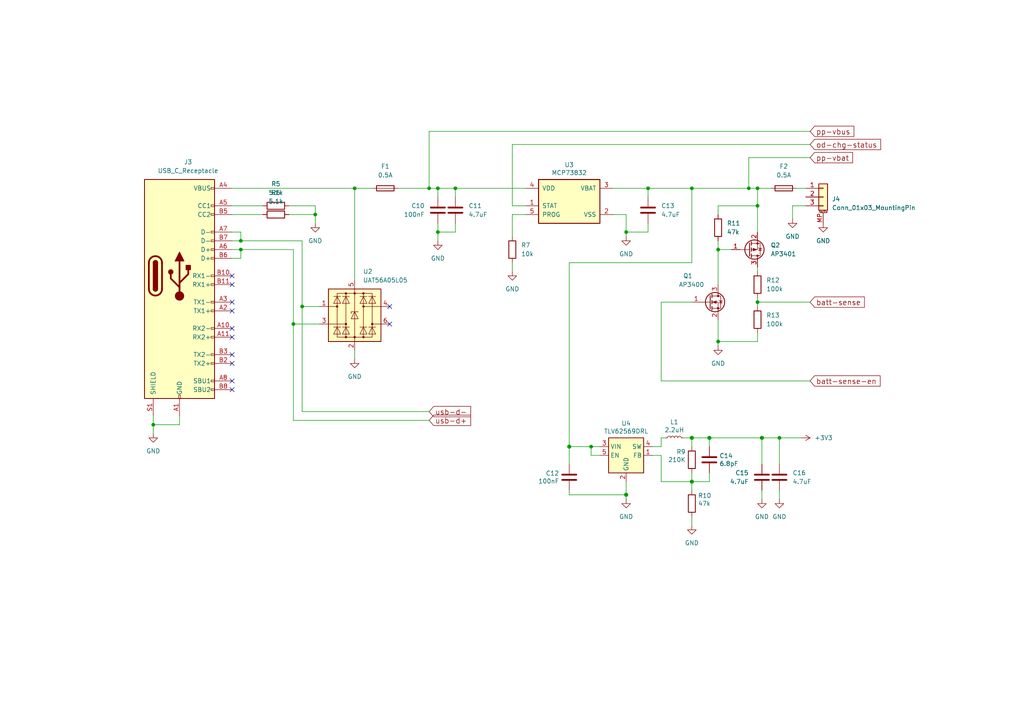
<source format=kicad_sch>
(kicad_sch (version 20210621) (generator eeschema)
  (paper "A4")
  (title_block (title "gps-logger") (date "2021-10-18") (rev "v2.3") (company "Greg Davill") (comment 4 "Simple GPS logger with low power features"))
  (lib_symbols
    (symbol "Connector:USB_C_Receptacle" (pin_names (offset 1.016))
      (property "Reference" "J" (at -10.16 29.21 0))
      (property "Value" "USB_C_Receptacle" (at 10.16 29.21 0))
      (symbol "USB_C_Receptacle_0_0"
        (rectangle (start -0.254 -35.56) (end 0.254 -34.544))
        (rectangle (start 10.16 -32.766) (end 9.144 -33.274))
        (rectangle (start 10.16 -30.226) (end 9.144 -30.734))
        (rectangle (start 10.16 -25.146) (end 9.144 -25.654))
        (rectangle (start 10.16 -22.606) (end 9.144 -23.114))
        (rectangle (start 10.16 -17.526) (end 9.144 -18.034))
        (rectangle (start 10.16 -14.986) (end 9.144 -15.494))
        (rectangle (start 10.16 -9.906) (end 9.144 -10.414))
        (rectangle (start 10.16 -7.366) (end 9.144 -7.874))
        (rectangle (start 10.16 -2.286) (end 9.144 -2.794))
        (rectangle (start 10.16 0.254) (end 9.144 -0.254))
        (rectangle (start 10.16 5.334) (end 9.144 4.826))
        (rectangle (start 10.16 7.874) (end 9.144 7.366))
        (rectangle (start 10.16 10.414) (end 9.144 9.906))
        (rectangle (start 10.16 12.954) (end 9.144 12.446))
        (rectangle (start 10.16 18.034) (end 9.144 17.526))
        (rectangle (start 10.16 20.574) (end 9.144 20.066))
        (rectangle (start 10.16 25.654) (end 9.144 25.146))
      )
      (symbol "USB_C_Receptacle_0_1"
        (arc (start -8.89 -3.81) (end -5.08 -3.81) (radius (at -6.985 -3.81) (length 1.905) (angles -179.9 -0.1)) (stroke (width 0.508)))
        (arc (start -7.62 -3.81) (end -6.35 -3.81) (radius (at -6.985 -3.81) (length 0.635) (angles -179.9 -0.1)) (stroke (width 0.254)))
        (arc (start -6.35 3.81) (end -7.62 3.81) (radius (at -6.985 3.81) (length 0.635) (angles 0.1 179.9)) (stroke (width 0.254)))
        (arc (start -5.08 3.81) (end -8.89 3.81) (radius (at -6.985 3.81) (length 1.905) (angles 0.1 179.9)) (stroke (width 0.508)))
        (arc (start -7.62 -3.81) (end -6.35 -3.81) (radius (at -6.985 -3.81) (length 0.635) (angles -179.9 -0.1)) (stroke (width 0.254)) (fill (type outline)))
        (arc (start -6.35 3.81) (end -7.62 3.81) (radius (at -6.985 3.81) (length 0.635) (angles 0.1 179.9)) (stroke (width 0.254)) (fill (type outline)))
        (rectangle (start -7.62 -3.81) (end -6.35 3.81) (stroke (width 0.254)) (fill (type outline)))
        (rectangle (start -10.16 27.94) (end 10.16 -35.56) (stroke (width 0.254)) (fill (type background)))
        (polyline (pts (xy -8.89 -3.81) (xy -8.89 3.81)) (stroke (width 0.508)))
        (polyline (pts (xy -5.08 3.81) (xy -5.08 -3.81)) (stroke (width 0.508)))
      )
      (symbol "USB_C_Receptacle_1_1"
        (circle (center -2.54 1.143) (radius 0.635) (stroke (width 0.254)) (fill (type outline)))
        (circle (center 0 -5.842) (radius 1.27) (fill (type outline)))
        (rectangle (start 1.905 1.778) (end 3.175 3.048) (stroke (width 0.254)) (fill (type outline)))
        (polyline (pts (xy 0 -5.842) (xy 0 4.318)) (stroke (width 0.508)))
        (polyline (pts (xy 0 -3.302) (xy -2.54 -0.762) (xy -2.54 0.508)) (stroke (width 0.508)))
        (polyline (pts (xy 0 -2.032) (xy 2.54 0.508) (xy 2.54 1.778)) (stroke (width 0.508)))
        (polyline (pts (xy -1.27 4.318) (xy 0 6.858) (xy 1.27 4.318) (xy -1.27 4.318)) (stroke (width 0.254)) (fill (type outline)))
        (pin passive line (at 0 -40.64 90) (length 5.08) (name "GND") (number "A1"))
        (pin bidirectional line (at 15.24 -15.24 180) (length 5.08) (name "RX2-") (number "A10"))
        (pin bidirectional line (at 15.24 -17.78 180) (length 5.08) (name "RX2+") (number "A11"))
        (pin passive line (at 0 -40.64 90) (length 5.08) hide (name "GND") (number "A12"))
        (pin bidirectional line (at 15.24 -10.16 180) (length 5.08) (name "TX1+") (number "A2"))
        (pin bidirectional line (at 15.24 -7.62 180) (length 5.08) (name "TX1-") (number "A3"))
        (pin passive line (at 15.24 25.4 180) (length 5.08) (name "VBUS") (number "A4"))
        (pin bidirectional line (at 15.24 20.32 180) (length 5.08) (name "CC1") (number "A5"))
        (pin bidirectional line (at 15.24 7.62 180) (length 5.08) (name "D+") (number "A6"))
        (pin bidirectional line (at 15.24 12.7 180) (length 5.08) (name "D-") (number "A7"))
        (pin bidirectional line (at 15.24 -30.48 180) (length 5.08) (name "SBU1") (number "A8"))
        (pin passive line (at 15.24 25.4 180) (length 5.08) hide (name "VBUS") (number "A9"))
        (pin passive line (at 0 -40.64 90) (length 5.08) hide (name "GND") (number "B1"))
        (pin bidirectional line (at 15.24 0 180) (length 5.08) (name "RX1-") (number "B10"))
        (pin bidirectional line (at 15.24 -2.54 180) (length 5.08) (name "RX1+") (number "B11"))
        (pin passive line (at 0 -40.64 90) (length 5.08) hide (name "GND") (number "B12"))
        (pin bidirectional line (at 15.24 -25.4 180) (length 5.08) (name "TX2+") (number "B2"))
        (pin bidirectional line (at 15.24 -22.86 180) (length 5.08) (name "TX2-") (number "B3"))
        (pin passive line (at 15.24 25.4 180) (length 5.08) hide (name "VBUS") (number "B4"))
        (pin bidirectional line (at 15.24 17.78 180) (length 5.08) (name "CC2") (number "B5"))
        (pin bidirectional line (at 15.24 5.08 180) (length 5.08) (name "D+") (number "B6"))
        (pin bidirectional line (at 15.24 10.16 180) (length 5.08) (name "D-") (number "B7"))
        (pin bidirectional line (at 15.24 -33.02 180) (length 5.08) (name "SBU2") (number "B8"))
        (pin passive line (at 15.24 25.4 180) (length 5.08) hide (name "VBUS") (number "B9"))
        (pin passive line (at -7.62 -40.64 90) (length 5.08) (name "SHIELD") (number "S1"))
      )
    )
    (symbol "Connector_Generic_MountingPin:Conn_01x03_MountingPin" (pin_names (offset 1.016) hide)
      (property "Reference" "J" (at 0 5.08 0))
      (property "Value" "Conn_01x03_MountingPin" (at 1.27 -5.08 0))
      (symbol "Conn_01x03_MountingPin_1_1"
        (text "Mounting" (at 0 -4.191 0) (effects (font (size 0.381 0.381))))
        (rectangle (start -1.27 -2.413) (end 0 -2.667) (stroke (width 0.1524)))
        (rectangle (start -1.27 0.127) (end 0 -0.127) (stroke (width 0.1524)))
        (rectangle (start -1.27 2.667) (end 0 2.413) (stroke (width 0.1524)))
        (rectangle (start -1.27 3.81) (end 1.27 -3.81) (stroke (width 0.254)) (fill (type background)))
        (polyline (pts (xy -1.016 -4.572) (xy 1.016 -4.572)) (stroke (width 0.1524)))
        (pin passive line (at -5.08 2.54 0) (length 3.81) (name "Pin_1") (number "1"))
        (pin passive line (at -5.08 0 0) (length 3.81) (name "Pin_2") (number "2"))
        (pin passive line (at -5.08 -2.54 0) (length 3.81) (name "Pin_3") (number "3"))
        (pin passive line (at 0 -7.62 90) (length 3.048) (name "MountPin") (number "MP"))
      )
    )
    (symbol "Device:C" (pin_numbers hide) (pin_names (offset 0.254))
      (property "Reference" "C" (at 0.635 2.54 0))
      (property "Value" "C" (at 0.635 -2.54 0))
      (symbol "C_0_1"
        (polyline (pts (xy -2.032 -0.762) (xy 2.032 -0.762)) (stroke (width 0.508)))
        (polyline (pts (xy -2.032 0.762) (xy 2.032 0.762)) (stroke (width 0.508)))
      )
      (symbol "C_1_1"
        (pin passive line (at 0 3.81 270) (length 2.794) (name "~") (number "1"))
        (pin passive line (at 0 -3.81 90) (length 2.794) (name "~") (number "2"))
      )
    )
    (symbol "Device:Fuse" (pin_numbers hide) (pin_names (offset 0))
      (property "Reference" "F" (at 2.032 0 90))
      (property "Value" "Fuse" (at -1.905 0 90))
      (symbol "Fuse_0_1"
        (rectangle (start -0.762 -2.54) (end 0.762 2.54) (stroke (width 0.254)))
        (polyline (pts (xy 0 2.54) (xy 0 -2.54)))
      )
      (symbol "Fuse_1_1"
        (pin passive line (at 0 3.81 270) (length 1.27) (name "~") (number "1"))
        (pin passive line (at 0 -3.81 90) (length 1.27) (name "~") (number "2"))
      )
    )
    (symbol "Device:L_Small" (pin_numbers hide) (pin_names (offset 0.254) hide)
      (property "Reference" "L" (at 0.762 1.016 0))
      (property "Value" "L_Small" (at 0.762 -1.016 0))
      (symbol "L_Small_0_1"
        (arc (start 0 -2.032) (end 0 -1.016) (radius (at 0 -1.524) (length 0.508) (angles -89.9 89.9)))
        (arc (start 0 -1.016) (end 0 0) (radius (at 0 -0.508) (length 0.508) (angles -89.9 89.9)))
        (arc (start 0 0) (end 0 1.016) (radius (at 0 0.508) (length 0.508) (angles -89.9 89.9)))
        (arc (start 0 1.016) (end 0 2.032) (radius (at 0 1.524) (length 0.508) (angles -89.9 89.9)))
      )
      (symbol "L_Small_1_1"
        (pin passive line (at 0 2.54 270) (length 0.508) (name "~") (number "1"))
        (pin passive line (at 0 -2.54 90) (length 0.508) (name "~") (number "2"))
      )
    )
    (symbol "Device:R" (pin_numbers hide) (pin_names (offset 0))
      (property "Reference" "R" (at 2.032 0 90))
      (property "Value" "R" (at 0 0 90))
      (symbol "R_0_1"
        (rectangle (start -1.016 -2.54) (end 1.016 2.54) (stroke (width 0.254)))
      )
      (symbol "R_1_1"
        (pin passive line (at 0 3.81 270) (length 1.27) (name "~") (number "1"))
        (pin passive line (at 0 -3.81 90) (length 1.27) (name "~") (number "2"))
      )
    )
    (symbol "Device:R_3" (pin_numbers hide) (pin_names (offset 0))
      (property "Reference" "R" (at 2.032 0 90))
      (property "Value" "R" (at 0 0 90))
      (symbol "R_3_0_1"
        (rectangle (start -1.016 -2.54) (end 1.016 2.54) (stroke (width 0.254)))
      )
      (symbol "R_3_1_1"
        (pin passive line (at 0 3.81 270) (length 1.27) (name "~") (number "1"))
        (pin passive line (at 0 -3.81 90) (length 1.27) (name "~") (number "2"))
      )
    )
    (symbol "Device:R_4" (pin_numbers hide) (pin_names (offset 0))
      (property "Reference" "R" (at 2.032 0 90))
      (property "Value" "R" (at 0 0 90))
      (symbol "R_4_0_1"
        (rectangle (start -1.016 -2.54) (end 1.016 2.54) (stroke (width 0.254)))
      )
      (symbol "R_4_1_1"
        (pin passive line (at 0 3.81 270) (length 1.27) (name "~") (number "1"))
        (pin passive line (at 0 -3.81 90) (length 1.27) (name "~") (number "2"))
      )
    )
    (symbol "Power_Protection:USBLC6-4SC6" (pin_names hide)
      (property "Reference" "U" (at 2.54 8.89 0))
      (property "Value" "USBLC6-4SC6" (at 2.54 -8.89 0))
      (symbol "USBLC6-4SC6_0_1"
        (circle (center -5.08 2.54) (radius 0.254) (fill (type outline)))
        (circle (center -2.54 -6.35) (radius 0.254) (fill (type outline)))
        (circle (center -2.54 -2.54) (radius 0.254) (fill (type outline)))
        (circle (center -2.54 6.35) (radius 0.254) (fill (type outline)))
        (circle (center 0 -6.35) (radius 0.254) (fill (type outline)))
        (circle (center 0 6.35) (radius 0.254) (fill (type outline)))
        (circle (center 2.54 -6.35) (radius 0.254) (fill (type outline)))
        (circle (center 2.54 2.54) (radius 0.254) (fill (type outline)))
        (circle (center 2.54 6.35) (radius 0.254) (fill (type outline)))
        (circle (center 5.08 -2.54) (radius 0.254) (fill (type outline)))
        (rectangle (start -2.54 6.35) (end 2.54 -6.35))
        (rectangle (start -7.62 -7.62) (end 7.62 7.62) (stroke (width 0.254)) (fill (type background)))
        (polyline (pts (xy -5.08 2.54) (xy -7.62 2.54)))
        (polyline (pts (xy -4.064 -3.429) (xy -6.096 -3.429)))
        (polyline (pts (xy -4.064 5.461) (xy -6.096 5.461)))
        (polyline (pts (xy -2.54 -2.54) (xy -7.62 -2.54)))
        (polyline (pts (xy -1.524 -3.429) (xy -3.556 -3.429)))
        (polyline (pts (xy -1.524 5.461) (xy -3.556 5.461)))
        (polyline (pts (xy 0 -7.62) (xy 0 -6.35)))
        (polyline (pts (xy 0 -6.35) (xy 0 1.27)))
        (polyline (pts (xy 0 1.27) (xy 0 6.35)))
        (polyline (pts (xy 0 6.35) (xy 0 7.62)))
        (polyline (pts (xy 1.524 -3.429) (xy 3.556 -3.429)))
        (polyline (pts (xy 1.524 5.461) (xy 3.556 5.461)))
        (polyline (pts (xy 2.54 2.54) (xy 7.62 2.54)))
        (polyline (pts (xy 4.064 -3.429) (xy 6.096 -3.429)))
        (polyline (pts (xy 4.064 5.461) (xy 6.096 5.461)))
        (polyline (pts (xy 5.08 -2.54) (xy 7.62 -2.54)))
        (polyline (pts (xy -6.096 -5.461) (xy -4.064 -5.461) (xy -5.08 -3.429) (xy -6.096 -5.461)))
        (polyline (pts (xy -6.096 3.429) (xy -4.064 3.429) (xy -5.08 5.461) (xy -6.096 3.429)))
        (polyline (pts (xy -3.556 -5.461) (xy -1.524 -5.461) (xy -2.54 -3.429) (xy -3.556 -5.461)))
        (polyline (pts (xy -3.556 3.429) (xy -1.524 3.429) (xy -2.54 5.461) (xy -3.556 3.429)))
        (polyline (pts (xy -2.54 6.35) (xy -5.08 6.35) (xy -5.08 -6.35) (xy -2.54 -6.35)))
        (polyline (pts (xy -1.016 -1.016) (xy 1.016 -1.016) (xy 0 1.016) (xy -1.016 -1.016)))
        (polyline (pts (xy 1.016 1.016) (xy 0.762 1.016) (xy -1.016 1.016) (xy -1.016 0.508)))
        (polyline (pts (xy 2.54 6.35) (xy 5.08 6.35) (xy 5.08 -6.35) (xy 2.54 -6.35)))
        (polyline (pts (xy 3.556 -5.461) (xy 1.524 -5.461) (xy 2.54 -3.429) (xy 3.556 -5.461)))
        (polyline (pts (xy 3.556 3.429) (xy 1.524 3.429) (xy 2.54 5.461) (xy 3.556 3.429)))
        (polyline (pts (xy 6.096 -5.461) (xy 4.064 -5.461) (xy 5.08 -3.429) (xy 6.096 -5.461)))
        (polyline (pts (xy 6.096 3.429) (xy 4.064 3.429) (xy 5.08 5.461) (xy 6.096 3.429)))
      )
      (symbol "USBLC6-4SC6_1_1"
        (pin passive line (at -10.16 2.54 0) (length 2.54) (name "I/O1") (number "1"))
        (pin passive line (at 0 -10.16 90) (length 2.54) (name "GND") (number "2"))
        (pin passive line (at -10.16 -2.54 0) (length 2.54) (name "I/O2") (number "3"))
        (pin passive line (at 10.16 2.54 180) (length 2.54) (name "I/O3") (number "4"))
        (pin passive line (at 0 10.16 270) (length 2.54) (name "VBUS") (number "5"))
        (pin passive line (at 10.16 -2.54 180) (length 2.54) (name "I/O4") (number "6"))
      )
    )
    (symbol "Regulator_Switching:TLV62569DRL"
      (property "Reference" "U" (at -5.08 6.35 0))
      (property "Value" "TLV62569DRL" (at 0 6.35 0))
      (symbol "TLV62569DRL_0_1"
        (rectangle (start -5.08 5.08) (end 5.08 -5.08) (stroke (width 0.254)) (fill (type background)))
      )
      (symbol "TLV62569DRL_1_1"
        (pin input line (at 7.62 0 180) (length 2.54) (name "FB") (number "1"))
        (pin power_in line (at 0 -7.62 90) (length 2.54) (name "GND") (number "2"))
        (pin power_in line (at -7.62 2.54 0) (length 2.54) (name "VIN") (number "3"))
        (pin power_out line (at 7.62 2.54 180) (length 2.54) (name "SW") (number "4"))
        (pin input line (at -7.62 0 0) (length 2.54) (name "EN") (number "5"))
        (pin no_connect line (at 5.08 -2.54 180) (length 2.54) hide (name "NC") (number "6"))
      )
    )
    (symbol "Transistor_FET:2N7002" (pin_names hide)
      (property "Reference" "Q" (at 5.08 1.905 0))
      (property "Value" "2N7002" (at 5.08 0 0))
      (symbol "2N7002_0_1"
        (circle (center 1.651 0) (radius 2.794) (stroke (width 0.254)))
        (circle (center 2.54 -1.778) (radius 0.254) (fill (type outline)))
        (circle (center 2.54 1.778) (radius 0.254) (fill (type outline)))
        (polyline (pts (xy 0.254 0) (xy -2.54 0)))
        (polyline (pts (xy 0.254 1.905) (xy 0.254 -1.905)) (stroke (width 0.254)))
        (polyline (pts (xy 0.762 -1.27) (xy 0.762 -2.286)) (stroke (width 0.254)))
        (polyline (pts (xy 0.762 0.508) (xy 0.762 -0.508)) (stroke (width 0.254)))
        (polyline (pts (xy 0.762 2.286) (xy 0.762 1.27)) (stroke (width 0.254)))
        (polyline (pts (xy 2.54 2.54) (xy 2.54 1.778)))
        (polyline (pts (xy 2.54 -2.54) (xy 2.54 0) (xy 0.762 0)))
        (polyline (pts (xy 0.762 -1.778) (xy 3.302 -1.778) (xy 3.302 1.778) (xy 0.762 1.778)))
        (polyline (pts (xy 2.794 0.508) (xy 2.921 0.381) (xy 3.683 0.381) (xy 3.81 0.254)))
        (polyline (pts (xy 3.302 0.381) (xy 2.921 -0.254) (xy 3.683 -0.254) (xy 3.302 0.381)))
        (polyline (pts (xy 1.016 0) (xy 2.032 0.381) (xy 2.032 -0.381) (xy 1.016 0)) (fill (type outline)))
      )
      (symbol "2N7002_1_1"
        (pin input line (at -5.08 0 0) (length 2.54) (name "G") (number "1"))
        (pin passive line (at 2.54 -5.08 90) (length 2.54) (name "S") (number "2"))
        (pin passive line (at 2.54 5.08 270) (length 2.54) (name "D") (number "3"))
      )
    )
    (symbol "Transistor_FET:BSS83P" (pin_names hide)
      (property "Reference" "Q" (at 5.08 1.905 0))
      (property "Value" "BSS83P" (at 5.08 0 0))
      (symbol "BSS83P_0_1"
        (circle (center 1.651 0) (radius 2.794) (stroke (width 0.254)))
        (circle (center 2.54 -1.778) (radius 0.254) (fill (type outline)))
        (circle (center 2.54 1.778) (radius 0.254) (fill (type outline)))
        (polyline (pts (xy 0.254 0) (xy -2.54 0)))
        (polyline (pts (xy 0.254 1.905) (xy 0.254 -1.905)) (stroke (width 0.254)))
        (polyline (pts (xy 0.762 -1.27) (xy 0.762 -2.286)) (stroke (width 0.254)))
        (polyline (pts (xy 0.762 0.508) (xy 0.762 -0.508)) (stroke (width 0.254)))
        (polyline (pts (xy 0.762 2.286) (xy 0.762 1.27)) (stroke (width 0.254)))
        (polyline (pts (xy 2.54 2.54) (xy 2.54 1.778)))
        (polyline (pts (xy 2.54 -2.54) (xy 2.54 0) (xy 0.762 0)))
        (polyline (pts (xy 0.762 1.778) (xy 3.302 1.778) (xy 3.302 -1.778) (xy 0.762 -1.778)))
        (polyline (pts (xy 2.794 -0.508) (xy 2.921 -0.381) (xy 3.683 -0.381) (xy 3.81 -0.254)))
        (polyline (pts (xy 3.302 -0.381) (xy 2.921 0.254) (xy 3.683 0.254) (xy 3.302 -0.381)))
        (polyline (pts (xy 2.286 0) (xy 1.27 0.381) (xy 1.27 -0.381) (xy 2.286 0)) (fill (type outline)))
      )
      (symbol "BSS83P_1_1"
        (pin input line (at -5.08 0 0) (length 2.54) (name "G") (number "1"))
        (pin passive line (at 2.54 -5.08 90) (length 2.54) (name "S") (number "2"))
        (pin passive line (at 2.54 5.08 270) (length 2.54) (name "D") (number "3"))
      )
    )
    (symbol "gkl_pmic:MCP73832" (pin_names (offset 1.016))
      (property "Reference" "U" (at 0 7.62 0))
      (property "Value" "MCP73832" (at 0 10.16 0))
      (symbol "MCP73832_0_1"
        (rectangle (start -8.89 6.35) (end 8.89 -6.35) (stroke (width 0.3048)) (fill (type background)))
      )
      (symbol "MCP73832_1_1"
        (pin input line (at -12.7 -1.27 0) (length 3.81) (name "STAT") (number "1"))
        (pin input line (at 12.7 -3.81 180) (length 3.81) (name "VSS") (number "2"))
        (pin input line (at 12.7 3.81 180) (length 3.81) (name "VBAT") (number "3"))
        (pin input line (at -12.7 3.81 0) (length 3.81) (name "VDD") (number "4"))
        (pin input line (at -12.7 -3.81 0) (length 3.81) (name "PROG") (number "5"))
      )
    )
    (symbol "power:+3V3" (power) (pin_names (offset 0))
      (property "Value" "+3V3" (at 0 3.556 0))
      (symbol "+3V3_0_1"
        (polyline (pts (xy -0.762 1.27) (xy 0 2.54)))
        (polyline (pts (xy 0 0) (xy 0 2.54)))
        (polyline (pts (xy 0 2.54) (xy 0.762 1.27)))
      )
      (symbol "+3V3_1_1"
        (pin power_in line (at 0 0 90) (length 0) hide (name "+3V3") (number "1"))
      )
    )
    (symbol "power:GND" (power) (pin_names (offset 0))
      (property "Value" "GND" (at 0 -3.81 0))
      (symbol "GND_0_1"
        (polyline (pts (xy 0 0) (xy 0 -1.27) (xy 1.27 -1.27) (xy 0 -2.54) (xy -1.27 -1.27) (xy 0 -1.27)))
      )
      (symbol "GND_1_1"
        (pin power_in line (at 0 0 270) (length 0) hide (name "GND") (number "1"))
      )
    )
  )
  (junction (at 44.45 123.19))
  (junction (at 69.85 69.85))
  (junction (at 69.85 72.39))
  (junction (at 85.09 93.98))
  (junction (at 87.63 88.9))
  (junction (at 91.44 62.23))
  (junction (at 102.87 54.61))
  (junction (at 124.46 54.61))
  (junction (at 127 54.61))
  (junction (at 127 67.31))
  (junction (at 132.08 54.61))
  (junction (at 165.1 129.54) (diameter 1.016))
  (junction (at 171.45 129.54))
  (junction (at 181.61 67.31))
  (junction (at 181.61 143.51) (diameter 1.016))
  (junction (at 187.96 54.61))
  (junction (at 200.66 54.61))
  (junction (at 200.66 127) (diameter 1.016))
  (junction (at 200.66 139.7) (diameter 1.016))
  (junction (at 205.74 127) (diameter 1.016))
  (junction (at 208.28 72.39))
  (junction (at 208.28 99.06))
  (junction (at 217.17 54.61))
  (junction (at 219.71 54.61))
  (junction (at 219.71 59.69))
  (junction (at 219.71 87.63))
  (junction (at 220.98 127) (diameter 1.016))
  (junction (at 226.06 127))
  (no_connect (at 67.31 80.01))
  (no_connect (at 67.31 82.55))
  (no_connect (at 67.31 87.63))
  (no_connect (at 67.31 90.17))
  (no_connect (at 67.31 95.25))
  (no_connect (at 67.31 97.79))
  (no_connect (at 67.31 102.87))
  (no_connect (at 67.31 105.41))
  (no_connect (at 67.31 110.49))
  (no_connect (at 67.31 113.03))
  (no_connect (at 113.03 88.9))
  (no_connect (at 113.03 93.98))
  (wire (pts (xy 44.45 120.65) (xy 44.45 123.19)))
  (wire (pts (xy 44.45 123.19) (xy 44.45 125.73)))
  (wire (pts (xy 52.07 120.65) (xy 52.07 123.19)))
  (wire (pts (xy 52.07 123.19) (xy 44.45 123.19)))
  (wire (pts (xy 67.31 59.69) (xy 76.2 59.69)))
  (wire (pts (xy 67.31 62.23) (xy 76.2 62.23)))
  (wire (pts (xy 67.31 67.31) (xy 69.85 67.31)))
  (wire (pts (xy 67.31 69.85) (xy 69.85 69.85)))
  (wire (pts (xy 67.31 72.39) (xy 69.85 72.39)))
  (wire (pts (xy 67.31 74.93) (xy 69.85 74.93)))
  (wire (pts (xy 69.85 67.31) (xy 69.85 69.85)))
  (wire (pts (xy 69.85 69.85) (xy 87.63 69.85)))
  (wire (pts (xy 69.85 72.39) (xy 85.09 72.39)))
  (wire (pts (xy 69.85 74.93) (xy 69.85 72.39)))
  (wire (pts (xy 83.82 59.69) (xy 91.44 59.69)))
  (wire (pts (xy 83.82 62.23) (xy 91.44 62.23)))
  (wire (pts (xy 85.09 72.39) (xy 85.09 93.98)))
  (wire (pts (xy 85.09 93.98) (xy 85.09 121.92)))
  (wire (pts (xy 85.09 93.98) (xy 92.71 93.98)))
  (wire (pts (xy 85.09 121.92) (xy 124.46 121.92)))
  (wire (pts (xy 87.63 69.85) (xy 87.63 88.9)))
  (wire (pts (xy 87.63 88.9) (xy 87.63 119.38)))
  (wire (pts (xy 87.63 88.9) (xy 92.71 88.9)))
  (wire (pts (xy 87.63 119.38) (xy 124.46 119.38)))
  (wire (pts (xy 91.44 59.69) (xy 91.44 62.23)))
  (wire (pts (xy 91.44 62.23) (xy 91.44 64.77)))
  (wire (pts (xy 102.87 54.61) (xy 67.31 54.61)))
  (wire (pts (xy 102.87 54.61) (xy 107.95 54.61)))
  (wire (pts (xy 102.87 81.28) (xy 102.87 54.61)))
  (wire (pts (xy 102.87 101.6) (xy 102.87 104.14)))
  (wire (pts (xy 115.57 54.61) (xy 124.46 54.61)))
  (wire (pts (xy 124.46 38.1) (xy 124.46 54.61)))
  (wire (pts (xy 124.46 54.61) (xy 127 54.61)))
  (wire (pts (xy 127 54.61) (xy 127 57.15)))
  (wire (pts (xy 127 54.61) (xy 132.08 54.61)))
  (wire (pts (xy 127 64.77) (xy 127 67.31)))
  (wire (pts (xy 127 67.31) (xy 127 69.85)))
  (wire (pts (xy 132.08 54.61) (xy 132.08 57.15)))
  (wire (pts (xy 132.08 54.61) (xy 152.4 54.61)))
  (wire (pts (xy 132.08 64.77) (xy 132.08 67.31)))
  (wire (pts (xy 132.08 67.31) (xy 127 67.31)))
  (wire (pts (xy 148.59 41.91) (xy 234.95 41.91)))
  (wire (pts (xy 148.59 59.69) (xy 148.59 41.91)))
  (wire (pts (xy 148.59 62.23) (xy 148.59 68.58)))
  (wire (pts (xy 148.59 76.2) (xy 148.59 78.74)))
  (wire (pts (xy 152.4 59.69) (xy 148.59 59.69)))
  (wire (pts (xy 152.4 62.23) (xy 148.59 62.23)))
  (wire (pts (xy 165.1 76.2) (xy 165.1 129.54)))
  (wire (pts (xy 165.1 129.54) (xy 165.1 134.62)))
  (wire (pts (xy 165.1 129.54) (xy 171.45 129.54)))
  (wire (pts (xy 165.1 142.24) (xy 165.1 143.51)))
  (wire (pts (xy 165.1 143.51) (xy 181.61 143.51)))
  (wire (pts (xy 171.45 129.54) (xy 173.99 129.54)))
  (wire (pts (xy 171.45 132.08) (xy 171.45 129.54)))
  (wire (pts (xy 173.99 132.08) (xy 171.45 132.08)))
  (wire (pts (xy 177.8 54.61) (xy 187.96 54.61)))
  (wire (pts (xy 177.8 62.23) (xy 181.61 62.23)))
  (wire (pts (xy 181.61 62.23) (xy 181.61 67.31)))
  (wire (pts (xy 181.61 67.31) (xy 181.61 68.58)))
  (wire (pts (xy 181.61 139.7) (xy 181.61 143.51)))
  (wire (pts (xy 181.61 143.51) (xy 181.61 144.78)))
  (wire (pts (xy 187.96 54.61) (xy 187.96 57.15)))
  (wire (pts (xy 187.96 54.61) (xy 200.66 54.61)))
  (wire (pts (xy 187.96 64.77) (xy 187.96 67.31)))
  (wire (pts (xy 187.96 67.31) (xy 181.61 67.31)))
  (wire (pts (xy 191.77 87.63) (xy 191.77 110.49)))
  (wire (pts (xy 191.77 87.63) (xy 200.66 87.63)))
  (wire (pts (xy 191.77 110.49) (xy 234.95 110.49)))
  (wire (pts (xy 191.77 127) (xy 191.77 129.54)))
  (wire (pts (xy 191.77 127) (xy 193.04 127)))
  (wire (pts (xy 191.77 129.54) (xy 189.23 129.54)))
  (wire (pts (xy 191.77 132.08) (xy 189.23 132.08)))
  (wire (pts (xy 191.77 139.7) (xy 191.77 132.08)))
  (wire (pts (xy 198.12 127) (xy 200.66 127)))
  (wire (pts (xy 200.66 54.61) (xy 200.66 76.2)))
  (wire (pts (xy 200.66 54.61) (xy 217.17 54.61)))
  (wire (pts (xy 200.66 76.2) (xy 165.1 76.2)))
  (wire (pts (xy 200.66 127) (xy 200.66 129.54)))
  (wire (pts (xy 200.66 127) (xy 205.74 127)))
  (wire (pts (xy 200.66 137.16) (xy 200.66 139.7)))
  (wire (pts (xy 200.66 139.7) (xy 191.77 139.7)))
  (wire (pts (xy 200.66 139.7) (xy 200.66 142.24)))
  (wire (pts (xy 200.66 149.86) (xy 200.66 152.4)))
  (wire (pts (xy 205.74 127) (xy 205.74 129.54)))
  (wire (pts (xy 205.74 127) (xy 220.98 127)))
  (wire (pts (xy 205.74 137.16) (xy 205.74 139.7)))
  (wire (pts (xy 205.74 139.7) (xy 200.66 139.7)))
  (wire (pts (xy 208.28 59.69) (xy 219.71 59.69)))
  (wire (pts (xy 208.28 62.23) (xy 208.28 59.69)))
  (wire (pts (xy 208.28 72.39) (xy 208.28 69.85)))
  (wire (pts (xy 208.28 72.39) (xy 208.28 82.55)))
  (wire (pts (xy 208.28 92.71) (xy 208.28 99.06)))
  (wire (pts (xy 208.28 99.06) (xy 208.28 100.33)))
  (wire (pts (xy 212.09 72.39) (xy 208.28 72.39)))
  (wire (pts (xy 217.17 45.72) (xy 217.17 54.61)))
  (wire (pts (xy 217.17 54.61) (xy 219.71 54.61)))
  (wire (pts (xy 219.71 54.61) (xy 223.52 54.61)))
  (wire (pts (xy 219.71 59.69) (xy 219.71 54.61)))
  (wire (pts (xy 219.71 59.69) (xy 219.71 67.31)))
  (wire (pts (xy 219.71 77.47) (xy 219.71 78.74)))
  (wire (pts (xy 219.71 86.36) (xy 219.71 87.63)))
  (wire (pts (xy 219.71 87.63) (xy 219.71 88.9)))
  (wire (pts (xy 219.71 87.63) (xy 234.95 87.63)))
  (wire (pts (xy 219.71 96.52) (xy 219.71 99.06)))
  (wire (pts (xy 219.71 99.06) (xy 208.28 99.06)))
  (wire (pts (xy 220.98 127) (xy 226.06 127)))
  (wire (pts (xy 220.98 134.62) (xy 220.98 127)))
  (wire (pts (xy 220.98 142.24) (xy 220.98 144.78)))
  (wire (pts (xy 226.06 127) (xy 232.41 127)))
  (wire (pts (xy 226.06 134.62) (xy 226.06 127)))
  (wire (pts (xy 226.06 142.24) (xy 226.06 144.78)))
  (wire (pts (xy 229.87 59.69) (xy 229.87 63.5)))
  (wire (pts (xy 231.14 54.61) (xy 233.68 54.61)))
  (wire (pts (xy 233.68 59.69) (xy 229.87 59.69)))
  (wire (pts (xy 234.95 38.1) (xy 124.46 38.1)))
  (wire (pts (xy 234.95 45.72) (xy 217.17 45.72)))
  (global_label "usb-d-" (shape input) (at 124.46 119.38 0) (effects (font (size 1.524 1.524))) (property "Intersheet References" "${INTERSHEET_REFS}" (effects hide)))
  (global_label "usb-d+" (shape input) (at 124.46 121.92 0) (effects (font (size 1.524 1.524))) (property "Intersheet References" "${INTERSHEET_REFS}" (effects hide)))
  (global_label "pp-vbus" (shape input) (at 234.95 38.1 0) (effects (font (size 1.524 1.524))) (property "Intersheet References" "${INTERSHEET_REFS}" (effects hide)))
  (global_label "od-chg-status" (shape input) (at 234.95 41.91 0) (effects (font (size 1.524 1.524))) (property "Intersheet References" "${INTERSHEET_REFS}" (effects hide)))
  (global_label "pp-vbat" (shape input) (at 234.95 45.72 0) (effects (font (size 1.524 1.524))) (property "Intersheet References" "${INTERSHEET_REFS}" (effects hide)))
  (global_label "batt-sense" (shape input) (at 234.95 87.63 0) (effects (font (size 1.524 1.524))) (property "Intersheet References" "${INTERSHEET_REFS}" (effects hide)))
  (global_label "batt-sense-en" (shape input) (at 234.95 110.49 0) (effects (font (size 1.524 1.524))) (property "Intersheet References" "${INTERSHEET_REFS}" (effects hide)))
  (symbol (lib_id "power:+3V3") (at 232.41 127 270) (unit 1)
    (property "Reference" "#PWR0116" (effects hide))
    (property "Value" "+3V3" (at 236.22 126.9999 90) (effects (justify left)))
  )
  (symbol (lib_id "Device:L_Small") (at 195.58 127 90) (unit 1)
    (property "Reference" "L1" (at 195.58 122.4088 90))
    (property "Value" "2.2uH" (at 195.58 124.7075 90))
    (property "Footprint" "Inductor_SMD:L_0805_2012Metric" (effects hide))
    (property "Mfg" "Sunltech Tech" (effects hide))
    (property "PN" "SLM20122R2MIT" (effects hide))
  )
  (symbol (lib_id "power:GND") (at 44.45 125.73 0) (unit 1)
    (property "Reference" "#PWR0107" (effects hide))
    (property "Value" "GND" (at 44.45 130.81 0))
  )
  (symbol (lib_id "power:GND") (at 91.44 64.77 0) (unit 1)
    (property "Reference" "#PWR0108" (effects hide))
    (property "Value" "GND" (at 91.44 69.85 0))
  )
  (symbol (lib_id "power:GND") (at 102.87 104.14 0) (unit 1)
    (property "Reference" "#PWR0109" (effects hide))
    (property "Value" "GND" (at 102.87 109.22 0))
  )
  (symbol (lib_id "power:GND") (at 127 69.85 0) (unit 1)
    (property "Reference" "#PWR0110" (effects hide))
    (property "Value" "GND" (at 127 74.93 0))
  )
  (symbol (lib_id "power:GND") (at 148.59 78.74 0) (unit 1)
    (property "Reference" "#PWR0111" (effects hide))
    (property "Value" "GND" (at 148.59 83.82 0))
  )
  (symbol (lib_id "power:GND") (at 181.61 68.58 0) (unit 1)
    (property "Reference" "#PWR0112" (effects hide))
    (property "Value" "GND" (at 181.61 73.66 0))
  )
  (symbol (lib_id "power:GND") (at 181.61 144.78 0) (unit 1)
    (property "Reference" "#PWR0117" (effects hide))
    (property "Value" "GND" (at 181.61 149.86 0))
  )
  (symbol (lib_id "power:GND") (at 200.66 152.4 0) (unit 1)
    (property "Reference" "#PWR0118" (effects hide))
    (property "Value" "GND" (at 200.66 157.48 0))
  )
  (symbol (lib_id "power:GND") (at 208.28 100.33 0) (unit 1)
    (property "Reference" "#PWR0115" (effects hide))
    (property "Value" "GND" (at 208.28 105.41 0))
  )
  (symbol (lib_id "power:GND") (at 220.98 144.78 0) (unit 1)
    (property "Reference" "#PWR0119" (effects hide))
    (property "Value" "GND" (at 220.98 149.86 0))
  )
  (symbol (lib_id "power:GND") (at 226.06 144.78 0) (unit 1)
    (property "Reference" "#PWR0120" (effects hide))
    (property "Value" "GND" (at 226.06 149.86 0))
  )
  (symbol (lib_id "power:GND") (at 229.87 63.5 0) (unit 1)
    (property "Reference" "#PWR0114" (effects hide))
    (property "Value" "GND" (at 229.87 68.58 0))
  )
  (symbol (lib_id "power:GND") (at 238.76 64.77 0) (unit 1)
    (property "Reference" "#PWR0113" (effects hide))
    (property "Value" "GND" (at 238.76 69.85 0))
  )
  (symbol (lib_id "Device:Fuse") (at 111.76 54.61 90) (unit 1)
    (property "Reference" "F1" (at 111.76 48.26 90))
    (property "Value" "0.5A" (at 111.76 50.8 90))
    (property "Footprint" "Fuse:Fuse_0402_1005Metric" (effects hide))
    (property "PN" "0435.500KRHF" (effects hide))
    (property "MFG" "Little Fuse" (effects hide))
  )
  (symbol (lib_id "Device:Fuse") (at 227.33 54.61 90) (unit 1)
    (property "Reference" "F2" (at 227.33 48.26 90))
    (property "Value" "0.5A" (at 227.33 50.8 90))
    (property "Footprint" "Fuse:Fuse_0402_1005Metric" (effects hide))
    (property "PN" "0435.500KRHF" (effects hide))
    (property "MFG" "Little Fuse" (effects hide))
  )
  (symbol (lib_id "Device:R") (at 80.01 59.69 90) (unit 1)
    (property "Reference" "R5" (at 80.01 53.34 90))
    (property "Value" "5.1k" (at 80.01 55.88 90))
    (property "Footprint" "Resistor_SMD:R_0402_1005Metric" (effects hide))
  )
  (symbol (lib_id "Device:R") (at 80.01 62.23 90) (unit 1)
    (property "Reference" "R6" (at 80.01 55.88 90))
    (property "Value" "5.1k" (at 80.01 58.42 90))
    (property "Footprint" "Resistor_SMD:R_0402_1005Metric" (effects hide))
  )
  (symbol (lib_id "Device:R") (at 148.59 72.39 180) (unit 1)
    (property "Reference" "R7" (at 151.13 71.1199 0) (effects (justify right)))
    (property "Value" "10k" (at 151.13 73.6599 0) (effects (justify right)))
    (property "Footprint" "Resistor_SMD:R_0402_1005Metric" (effects hide))
  )
  (symbol (lib_name "Device:R_3") (lib_id "Device:R") (at 200.66 133.35 180) (unit 1)
    (property "Reference" "R9" (at 198.882 131.0513 0) (effects (justify left)))
    (property "Value" "210K" (at 198.882 133.35 0) (effects (justify left)))
    (property "Footprint" "Resistor_SMD:R_0402_1005Metric" (effects hide))
    (property "PN" "AC0402FR-07210KL" (effects hide))
    (property "Mfg" "Yageo" (effects hide))
  )
  (symbol (lib_name "Device:R_4") (lib_id "Device:R") (at 200.66 146.05 180) (unit 1)
    (property "Reference" "R10" (at 202.4381 143.7513 0) (effects (justify right)))
    (property "Value" "47k" (at 202.4381 146.05 0) (effects (justify right)))
    (property "Footprint" "Resistor_SMD:R_0402_1005Metric" (effects hide))
    (property "PN" "AC0402FR-0747KL" (effects hide))
    (property "Mfg" "Yageo" (effects hide))
  )
  (symbol (lib_id "Device:R") (at 208.28 66.04 180) (unit 1)
    (property "Reference" "R11" (at 210.82 64.7699 0) (effects (justify right)))
    (property "Value" "47k" (at 210.82 67.3099 0) (effects (justify right)))
    (property "Footprint" "Resistor_SMD:R_0402_1005Metric" (effects hide))
  )
  (symbol (lib_id "Device:R") (at 219.71 82.55 180) (unit 1)
    (property "Reference" "R12" (at 222.25 81.2799 0) (effects (justify right)))
    (property "Value" "100k" (at 222.25 83.8199 0) (effects (justify right)))
    (property "Footprint" "Resistor_SMD:R_0402_1005Metric" (effects hide))
  )
  (symbol (lib_id "Device:R") (at 219.71 92.71 180) (unit 1)
    (property "Reference" "R13" (at 222.25 91.4399 0) (effects (justify right)))
    (property "Value" "100k" (at 222.25 93.9799 0) (effects (justify right)))
    (property "Footprint" "Resistor_SMD:R_0402_1005Metric" (effects hide))
  )
  (symbol (lib_id "Device:C") (at 127 60.96 0) (unit 1)
    (property "Reference" "C10" (at 123.19 59.6899 0) (effects (justify right)))
    (property "Value" "100nF" (at 123.19 62.2299 0) (effects (justify right)))
    (property "Footprint" "Capacitor_SMD:C_0402_1005Metric" (effects hide))
  )
  (symbol (lib_id "Device:C") (at 132.08 60.96 0) (unit 1)
    (property "Reference" "C11" (at 135.89 59.6899 0) (effects (justify left)))
    (property "Value" "4.7uF" (at 135.89 62.2299 0) (effects (justify left)))
    (property "Footprint" "Capacitor_SMD:C_0402_1005Metric" (effects hide))
  )
  (symbol (lib_id "Device:C") (at 165.1 138.43 0) (mirror y) (unit 1)
    (property "Reference" "C12" (at 162.179 137.287 0) (effects (justify left)))
    (property "Value" "100nF" (at 162.179 139.573 0) (effects (justify left)))
    (property "Footprint" "Capacitor_SMD:C_0402_1005Metric" (effects hide))
    (property "Mfg" "Yageo" (effects hide))
    (property "PN" "CC0402MRX5R5BB475" (effects hide))
  )
  (symbol (lib_id "Device:C") (at 187.96 60.96 0) (unit 1)
    (property "Reference" "C13" (at 191.77 59.6899 0) (effects (justify left)))
    (property "Value" "4.7uF" (at 191.77 62.2299 0) (effects (justify left)))
    (property "Footprint" "Capacitor_SMD:C_0402_1005Metric" (effects hide))
  )
  (symbol (lib_id "Device:C") (at 205.74 133.35 0) (unit 1)
    (property "Reference" "C14" (at 208.6611 132.2006 0) (effects (justify left)))
    (property "Value" "6.8pF" (at 208.6611 134.4993 0) (effects (justify left)))
    (property "Footprint" "Capacitor_SMD:C_0402_1005Metric" (effects hide))
    (property "Mfg" "Yageo" (effects hide))
    (property "PN" "CC0402BRNPO9BN6R8" (effects hide))
  )
  (symbol (lib_id "Device:C") (at 220.98 138.43 0) (unit 1)
    (property "Reference" "C15" (at 217.17 137.1599 0) (effects (justify right)))
    (property "Value" "4.7uF" (at 217.17 139.6999 0) (effects (justify right)))
    (property "Footprint" "Capacitor_SMD:C_0402_1005Metric" (effects hide))
  )
  (symbol (lib_id "Device:C") (at 226.06 138.43 0) (unit 1)
    (property "Reference" "C16" (at 229.87 137.1599 0) (effects (justify left)))
    (property "Value" "4.7uF" (at 229.87 139.6999 0) (effects (justify left)))
    (property "Footprint" "Capacitor_SMD:C_0402_1005Metric" (effects hide))
  )
  (symbol (lib_id "Connector_Generic_MountingPin:Conn_01x03_MountingPin") (at 238.76 57.15 0) (unit 1)
    (property "Reference" "J4" (at 241.3 57.7214 0) (effects (justify left)))
    (property "Value" "Conn_01x03_MountingPin" (at 241.3 60.2614 0) (effects (justify left)))
    (property "Footprint" "Connector_JST:JST_GH_SM03B-GHS-TB_1x03-1MP_P1.25mm_Horizontal" (effects hide))
    (property "Datasheet" "https://datasheet.lcsc.com/lcsc/2004181132_JST-Sales-America-SM03B-GHS-TB-LF-SN_C514175.pdf" (effects hide))
    (property "PN" "SM03B-GHS-TB(LF)(SN)" (effects hide))
    (property "MFG" "JST Sales America" (effects hide))
  )
  (symbol (lib_id "Transistor_FET:2N7002") (at 205.74 87.63 0) (unit 1)
    (property "Reference" "Q1" (at 198.12 80.0099 0) (effects (justify left)))
    (property "Value" "AP3400" (at 196.85 82.5499 0) (effects (justify left)))
    (property "Footprint" "Package_TO_SOT_SMD:SOT-23" (effects hide))
    (property "Datasheet" "https://datasheet.lcsc.com/lcsc/1912111437_ALLPOWER-ShenZhen-Quan-Li-Semiconductor-AP3400_C353070.pdf" (effects hide))
    (property "PN" "AP3400" (effects hide))
    (property "MFG" "ALLPOWER(ShenZhen Quan Li Semiconductor) " (effects hide))
  )
  (symbol (lib_id "Transistor_FET:BSS83P") (at 217.17 72.39 0) (mirror x) (unit 1)
    (property "Reference" "Q2" (at 223.52 71.1199 0) (effects (justify left)))
    (property "Value" "AP3401" (at 223.52 73.6599 0) (effects (justify left)))
    (property "Footprint" "Package_TO_SOT_SMD:SOT-23" (effects hide))
    (property "Datasheet" "https://datasheet.lcsc.com/lcsc/1912111437_ALLPOWER-ShenZhen-Quan-Li-Semiconductor-AP3401_C353078.pdf" (effects hide))
    (property "PN" "AP3401" (effects hide))
    (property "MFG" "ALLPOWER(ShenZhen Quan Li Semiconductor) " (effects hide))
  )
  (symbol (lib_id "Regulator_Switching:TLV62569DRL") (at 181.61 132.08 0) (unit 1)
    (property "Reference" "U4" (at 181.61 122.7898 0))
    (property "Value" "TLV62569DRL" (at 181.61 125.0885 0))
    (property "Footprint" "Package_TO_SOT_SMD:SOT-666" (effects hide))
    (property "PN" "TLV62569DRLR" (effects hide))
    (property "MFG" "Texas Instruments" (effects hide))
  )
  (symbol (lib_id "gkl_pmic:MCP73832") (at 165.1 58.42 0) (unit 1)
    (property "Reference" "U3" (at 165.1 47.8028 0))
    (property "Value" "MCP73832" (at 165.1 50.1142 0))
    (property "Footprint" "Package_TO_SOT_SMD:SOT-23-5" (effects hide))
    (property "PN" "MCP73832T-2ACI/OT" (effects hide))
    (property "Mfg" "Microchip" (effects hide))
  )
  (symbol (lib_id "Power_Protection:USBLC6-4SC6") (at 102.87 91.44 0) (unit 1)
    (property "Reference" "U2" (at 106.68 78.74 0))
    (property "Value" "UAT56A05L05" (at 111.76 81.28 0))
    (property "Footprint" "Package_TO_SOT_SMD:SOT-666" (effects hide))
    (property "Datasheet" "https://datasheet.lcsc.com/lcsc/2005142217_Brightking-Elec--TAIWAN-UAT56A05L05_C523539.pdf" (effects hide))
    (property "PN" "UAT56A05L05" (effects hide))
    (property "MFG" "Brightking Elec (TAIWAN) " (effects hide))
  )
  (symbol (lib_id "Connector:USB_C_Receptacle") (at 52.07 80.01 0) (unit 1)
    (property "Reference" "J3" (at 54.5465 46.99 0))
    (property "Value" "USB_C_Receptacle" (at 54.5465 49.53 0))
    (property "Footprint" "gps-logger:usbc_vert_10132328" (effects hide))
    (property "Datasheet" "https://www.usb.org/sites/default/files/documents/usb_type-c.zip" (effects hide))
    (property "PN" "10132328-10001LF" (effects hide))
    (property "MFG" "Amphenol ICC (FCI)" (effects hide))
  )
)
</source>
